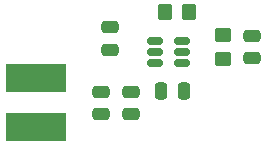
<source format=gbr>
%TF.GenerationSoftware,KiCad,Pcbnew,8.0.1*%
%TF.CreationDate,2024-04-27T00:37:19-05:00*%
%TF.ProjectId,ControlMixer,436f6e74-726f-46c4-9d69-7865722e6b69,rev?*%
%TF.SameCoordinates,Original*%
%TF.FileFunction,Paste,Bot*%
%TF.FilePolarity,Positive*%
%FSLAX46Y46*%
G04 Gerber Fmt 4.6, Leading zero omitted, Abs format (unit mm)*
G04 Created by KiCad (PCBNEW 8.0.1) date 2024-04-27 00:37:19*
%MOMM*%
%LPD*%
G01*
G04 APERTURE LIST*
G04 Aperture macros list*
%AMRoundRect*
0 Rectangle with rounded corners*
0 $1 Rounding radius*
0 $2 $3 $4 $5 $6 $7 $8 $9 X,Y pos of 4 corners*
0 Add a 4 corners polygon primitive as box body*
4,1,4,$2,$3,$4,$5,$6,$7,$8,$9,$2,$3,0*
0 Add four circle primitives for the rounded corners*
1,1,$1+$1,$2,$3*
1,1,$1+$1,$4,$5*
1,1,$1+$1,$6,$7*
1,1,$1+$1,$8,$9*
0 Add four rect primitives between the rounded corners*
20,1,$1+$1,$2,$3,$4,$5,0*
20,1,$1+$1,$4,$5,$6,$7,0*
20,1,$1+$1,$6,$7,$8,$9,0*
20,1,$1+$1,$8,$9,$2,$3,0*%
G04 Aperture macros list end*
%ADD10RoundRect,0.250000X0.350000X0.450000X-0.350000X0.450000X-0.350000X-0.450000X0.350000X-0.450000X0*%
%ADD11RoundRect,0.250000X0.450000X-0.350000X0.450000X0.350000X-0.450000X0.350000X-0.450000X-0.350000X0*%
%ADD12RoundRect,0.250000X0.475000X-0.250000X0.475000X0.250000X-0.475000X0.250000X-0.475000X-0.250000X0*%
%ADD13R,5.100000X2.350000*%
%ADD14RoundRect,0.150000X0.512500X0.150000X-0.512500X0.150000X-0.512500X-0.150000X0.512500X-0.150000X0*%
%ADD15RoundRect,0.250000X0.250000X0.475000X-0.250000X0.475000X-0.250000X-0.475000X0.250000X-0.475000X0*%
G04 APERTURE END LIST*
D10*
%TO.C,R2*%
X213124964Y-32305000D03*
X211124964Y-32305000D03*
%TD*%
D11*
%TO.C,R1*%
X215962464Y-36305000D03*
X215962464Y-34305000D03*
%TD*%
D12*
%TO.C,C2.2*%
X205712464Y-39105000D03*
X205712464Y-41005000D03*
%TD*%
D13*
%TO.C,L1*%
X200212464Y-42055000D03*
X200212464Y-37905000D03*
%TD*%
D12*
%TO.C,C4*%
X218462464Y-34355000D03*
X218462464Y-36255000D03*
%TD*%
D14*
%TO.C,U4*%
X210287464Y-34805000D03*
X210287464Y-35755000D03*
X210287464Y-36705000D03*
X212562464Y-36705000D03*
X212562464Y-35755000D03*
X212562464Y-34805000D03*
%TD*%
D12*
%TO.C,C2.1*%
X208212464Y-39105000D03*
X208212464Y-41005000D03*
%TD*%
%TO.C,C3*%
X206462464Y-33655000D03*
X206462464Y-35555000D03*
%TD*%
D15*
%TO.C,C1*%
X210762464Y-39055000D03*
X212662464Y-39055000D03*
%TD*%
M02*

</source>
